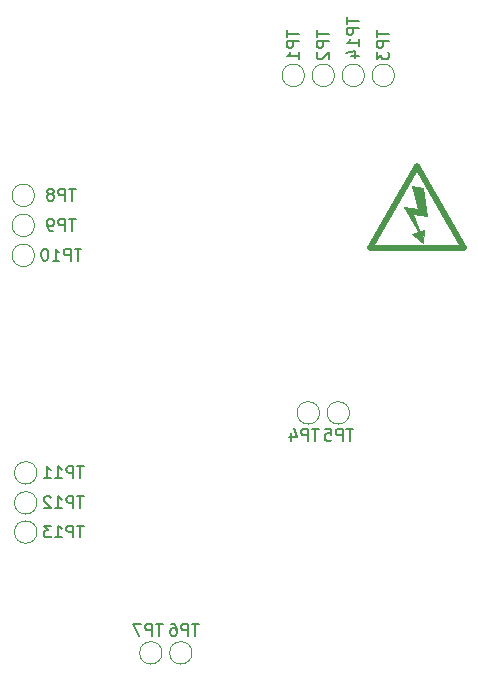
<source format=gbo>
%TF.GenerationSoftware,KiCad,Pcbnew,(5.1.7)-1*%
%TF.CreationDate,2022-07-20T13:46:15+08:00*%
%TF.ProjectId,phantom_v1,7068616e-746f-46d5-9f76-312e6b696361,rev?*%
%TF.SameCoordinates,Original*%
%TF.FileFunction,Legend,Bot*%
%TF.FilePolarity,Positive*%
%FSLAX46Y46*%
G04 Gerber Fmt 4.6, Leading zero omitted, Abs format (unit mm)*
G04 Created by KiCad (PCBNEW (5.1.7)-1) date 2022-07-20 13:46:15*
%MOMM*%
%LPD*%
G01*
G04 APERTURE LIST*
%ADD10C,0.120000*%
%ADD11C,0.100000*%
%ADD12C,0.500000*%
%ADD13C,0.150000*%
G04 APERTURE END LIST*
D10*
%TO.C,TP5*%
X51115000Y24765000D02*
G75*
G03*
X51115000Y24765000I-950000J0D01*
G01*
D11*
%TO.C,N1*%
G36*
X56410000Y39930000D02*
G01*
X57310000Y39130000D01*
X57410000Y40230000D01*
X56410000Y39930000D01*
G37*
X56410000Y39930000D02*
X57310000Y39130000D01*
X57410000Y40230000D01*
X56410000Y39930000D01*
G36*
X56910000Y42030000D02*
G01*
X55710000Y42230000D01*
X57210000Y39530000D01*
X56510000Y41630000D01*
X57710000Y41430000D01*
X57310000Y43830000D01*
X56410000Y43930000D01*
X56910000Y42030000D01*
G37*
X56910000Y42030000D02*
X55710000Y42230000D01*
X57210000Y39530000D01*
X56510000Y41630000D01*
X57710000Y41430000D01*
X57310000Y43830000D01*
X56410000Y43930000D01*
X56910000Y42030000D01*
D12*
X52810000Y38730000D02*
X56810000Y45658000D01*
X60810000Y38730000D02*
X52810000Y38730000D01*
X56810000Y45658000D02*
X60810000Y38730000D01*
D10*
%TO.C,TP4*%
X48575000Y24765000D02*
G75*
G03*
X48575000Y24765000I-950000J0D01*
G01*
%TO.C,TP7*%
X35240000Y4445000D02*
G75*
G03*
X35240000Y4445000I-950000J0D01*
G01*
%TO.C,TP6*%
X37780000Y4445000D02*
G75*
G03*
X37780000Y4445000I-950000J0D01*
G01*
%TO.C,TP13*%
X24645000Y14670000D02*
G75*
G03*
X24645000Y14670000I-950000J0D01*
G01*
%TO.C,TP12*%
X24645000Y17145000D02*
G75*
G03*
X24645000Y17145000I-950000J0D01*
G01*
%TO.C,TP11*%
X24645000Y19685000D02*
G75*
G03*
X24645000Y19685000I-950000J0D01*
G01*
%TO.C,TP10*%
X24445000Y38100000D02*
G75*
G03*
X24445000Y38100000I-950000J0D01*
G01*
%TO.C,TP8*%
X24445000Y43180000D02*
G75*
G03*
X24445000Y43180000I-950000J0D01*
G01*
%TO.C,TP9*%
X24445000Y40640000D02*
G75*
G03*
X24445000Y40640000I-950000J0D01*
G01*
%TO.C,TP14*%
X52385000Y53340000D02*
G75*
G03*
X52385000Y53340000I-950000J0D01*
G01*
%TO.C,TP3*%
X54925000Y53340000D02*
G75*
G03*
X54925000Y53340000I-950000J0D01*
G01*
%TO.C,TP2*%
X49845000Y53340000D02*
G75*
G03*
X49845000Y53340000I-950000J0D01*
G01*
%TO.C,TP1*%
X47305000Y53340000D02*
G75*
G03*
X47305000Y53340000I-950000J0D01*
G01*
%TO.C,TP5*%
D13*
X51426904Y23407619D02*
X50855476Y23407619D01*
X51141190Y22407619D02*
X51141190Y23407619D01*
X50522142Y22407619D02*
X50522142Y23407619D01*
X50141190Y23407619D01*
X50045952Y23360000D01*
X49998333Y23312380D01*
X49950714Y23217142D01*
X49950714Y23074285D01*
X49998333Y22979047D01*
X50045952Y22931428D01*
X50141190Y22883809D01*
X50522142Y22883809D01*
X49045952Y23407619D02*
X49522142Y23407619D01*
X49569761Y22931428D01*
X49522142Y22979047D01*
X49426904Y23026666D01*
X49188809Y23026666D01*
X49093571Y22979047D01*
X49045952Y22931428D01*
X48998333Y22836190D01*
X48998333Y22598095D01*
X49045952Y22502857D01*
X49093571Y22455238D01*
X49188809Y22407619D01*
X49426904Y22407619D01*
X49522142Y22455238D01*
X49569761Y22502857D01*
%TO.C,TP4*%
X48505904Y23407619D02*
X47934476Y23407619D01*
X48220190Y22407619D02*
X48220190Y23407619D01*
X47601142Y22407619D02*
X47601142Y23407619D01*
X47220190Y23407619D01*
X47124952Y23360000D01*
X47077333Y23312380D01*
X47029714Y23217142D01*
X47029714Y23074285D01*
X47077333Y22979047D01*
X47124952Y22931428D01*
X47220190Y22883809D01*
X47601142Y22883809D01*
X46172571Y23074285D02*
X46172571Y22407619D01*
X46410666Y23455238D02*
X46648761Y22740952D01*
X46029714Y22740952D01*
%TO.C,TP7*%
X35297904Y6897619D02*
X34726476Y6897619D01*
X35012190Y5897619D02*
X35012190Y6897619D01*
X34393142Y5897619D02*
X34393142Y6897619D01*
X34012190Y6897619D01*
X33916952Y6850000D01*
X33869333Y6802380D01*
X33821714Y6707142D01*
X33821714Y6564285D01*
X33869333Y6469047D01*
X33916952Y6421428D01*
X34012190Y6373809D01*
X34393142Y6373809D01*
X33488380Y6897619D02*
X32821714Y6897619D01*
X33250285Y5897619D01*
%TO.C,TP6*%
X38345904Y6897619D02*
X37774476Y6897619D01*
X38060190Y5897619D02*
X38060190Y6897619D01*
X37441142Y5897619D02*
X37441142Y6897619D01*
X37060190Y6897619D01*
X36964952Y6850000D01*
X36917333Y6802380D01*
X36869714Y6707142D01*
X36869714Y6564285D01*
X36917333Y6469047D01*
X36964952Y6421428D01*
X37060190Y6373809D01*
X37441142Y6373809D01*
X36012571Y6897619D02*
X36203047Y6897619D01*
X36298285Y6850000D01*
X36345904Y6802380D01*
X36441142Y6659523D01*
X36488761Y6469047D01*
X36488761Y6088095D01*
X36441142Y5992857D01*
X36393523Y5945238D01*
X36298285Y5897619D01*
X36107809Y5897619D01*
X36012571Y5945238D01*
X35964952Y5992857D01*
X35917333Y6088095D01*
X35917333Y6326190D01*
X35964952Y6421428D01*
X36012571Y6469047D01*
X36107809Y6516666D01*
X36298285Y6516666D01*
X36393523Y6469047D01*
X36441142Y6421428D01*
X36488761Y6326190D01*
%TO.C,TP13*%
X28608095Y15217619D02*
X28036666Y15217619D01*
X28322380Y14217619D02*
X28322380Y15217619D01*
X27703333Y14217619D02*
X27703333Y15217619D01*
X27322380Y15217619D01*
X27227142Y15170000D01*
X27179523Y15122380D01*
X27131904Y15027142D01*
X27131904Y14884285D01*
X27179523Y14789047D01*
X27227142Y14741428D01*
X27322380Y14693809D01*
X27703333Y14693809D01*
X26179523Y14217619D02*
X26750952Y14217619D01*
X26465238Y14217619D02*
X26465238Y15217619D01*
X26560476Y15074761D01*
X26655714Y14979523D01*
X26750952Y14931904D01*
X25846190Y15217619D02*
X25227142Y15217619D01*
X25560476Y14836666D01*
X25417619Y14836666D01*
X25322380Y14789047D01*
X25274761Y14741428D01*
X25227142Y14646190D01*
X25227142Y14408095D01*
X25274761Y14312857D01*
X25322380Y14265238D01*
X25417619Y14217619D01*
X25703333Y14217619D01*
X25798571Y14265238D01*
X25846190Y14312857D01*
%TO.C,TP12*%
X28608095Y17692619D02*
X28036666Y17692619D01*
X28322380Y16692619D02*
X28322380Y17692619D01*
X27703333Y16692619D02*
X27703333Y17692619D01*
X27322380Y17692619D01*
X27227142Y17645000D01*
X27179523Y17597380D01*
X27131904Y17502142D01*
X27131904Y17359285D01*
X27179523Y17264047D01*
X27227142Y17216428D01*
X27322380Y17168809D01*
X27703333Y17168809D01*
X26179523Y16692619D02*
X26750952Y16692619D01*
X26465238Y16692619D02*
X26465238Y17692619D01*
X26560476Y17549761D01*
X26655714Y17454523D01*
X26750952Y17406904D01*
X25798571Y17597380D02*
X25750952Y17645000D01*
X25655714Y17692619D01*
X25417619Y17692619D01*
X25322380Y17645000D01*
X25274761Y17597380D01*
X25227142Y17502142D01*
X25227142Y17406904D01*
X25274761Y17264047D01*
X25846190Y16692619D01*
X25227142Y16692619D01*
%TO.C,TP11*%
X28608095Y20232619D02*
X28036666Y20232619D01*
X28322380Y19232619D02*
X28322380Y20232619D01*
X27703333Y19232619D02*
X27703333Y20232619D01*
X27322380Y20232619D01*
X27227142Y20185000D01*
X27179523Y20137380D01*
X27131904Y20042142D01*
X27131904Y19899285D01*
X27179523Y19804047D01*
X27227142Y19756428D01*
X27322380Y19708809D01*
X27703333Y19708809D01*
X26179523Y19232619D02*
X26750952Y19232619D01*
X26465238Y19232619D02*
X26465238Y20232619D01*
X26560476Y20089761D01*
X26655714Y19994523D01*
X26750952Y19946904D01*
X25227142Y19232619D02*
X25798571Y19232619D01*
X25512857Y19232619D02*
X25512857Y20232619D01*
X25608095Y20089761D01*
X25703333Y19994523D01*
X25798571Y19946904D01*
%TO.C,TP10*%
X28408095Y38647619D02*
X27836666Y38647619D01*
X28122380Y37647619D02*
X28122380Y38647619D01*
X27503333Y37647619D02*
X27503333Y38647619D01*
X27122380Y38647619D01*
X27027142Y38600000D01*
X26979523Y38552380D01*
X26931904Y38457142D01*
X26931904Y38314285D01*
X26979523Y38219047D01*
X27027142Y38171428D01*
X27122380Y38123809D01*
X27503333Y38123809D01*
X25979523Y37647619D02*
X26550952Y37647619D01*
X26265238Y37647619D02*
X26265238Y38647619D01*
X26360476Y38504761D01*
X26455714Y38409523D01*
X26550952Y38361904D01*
X25360476Y38647619D02*
X25265238Y38647619D01*
X25170000Y38600000D01*
X25122380Y38552380D01*
X25074761Y38457142D01*
X25027142Y38266666D01*
X25027142Y38028571D01*
X25074761Y37838095D01*
X25122380Y37742857D01*
X25170000Y37695238D01*
X25265238Y37647619D01*
X25360476Y37647619D01*
X25455714Y37695238D01*
X25503333Y37742857D01*
X25550952Y37838095D01*
X25598571Y38028571D01*
X25598571Y38266666D01*
X25550952Y38457142D01*
X25503333Y38552380D01*
X25455714Y38600000D01*
X25360476Y38647619D01*
%TO.C,TP8*%
X27931904Y43727619D02*
X27360476Y43727619D01*
X27646190Y42727619D02*
X27646190Y43727619D01*
X27027142Y42727619D02*
X27027142Y43727619D01*
X26646190Y43727619D01*
X26550952Y43680000D01*
X26503333Y43632380D01*
X26455714Y43537142D01*
X26455714Y43394285D01*
X26503333Y43299047D01*
X26550952Y43251428D01*
X26646190Y43203809D01*
X27027142Y43203809D01*
X25884285Y43299047D02*
X25979523Y43346666D01*
X26027142Y43394285D01*
X26074761Y43489523D01*
X26074761Y43537142D01*
X26027142Y43632380D01*
X25979523Y43680000D01*
X25884285Y43727619D01*
X25693809Y43727619D01*
X25598571Y43680000D01*
X25550952Y43632380D01*
X25503333Y43537142D01*
X25503333Y43489523D01*
X25550952Y43394285D01*
X25598571Y43346666D01*
X25693809Y43299047D01*
X25884285Y43299047D01*
X25979523Y43251428D01*
X26027142Y43203809D01*
X26074761Y43108571D01*
X26074761Y42918095D01*
X26027142Y42822857D01*
X25979523Y42775238D01*
X25884285Y42727619D01*
X25693809Y42727619D01*
X25598571Y42775238D01*
X25550952Y42822857D01*
X25503333Y42918095D01*
X25503333Y43108571D01*
X25550952Y43203809D01*
X25598571Y43251428D01*
X25693809Y43299047D01*
%TO.C,TP9*%
X27931904Y41187619D02*
X27360476Y41187619D01*
X27646190Y40187619D02*
X27646190Y41187619D01*
X27027142Y40187619D02*
X27027142Y41187619D01*
X26646190Y41187619D01*
X26550952Y41140000D01*
X26503333Y41092380D01*
X26455714Y40997142D01*
X26455714Y40854285D01*
X26503333Y40759047D01*
X26550952Y40711428D01*
X26646190Y40663809D01*
X27027142Y40663809D01*
X25979523Y40187619D02*
X25789047Y40187619D01*
X25693809Y40235238D01*
X25646190Y40282857D01*
X25550952Y40425714D01*
X25503333Y40616190D01*
X25503333Y40997142D01*
X25550952Y41092380D01*
X25598571Y41140000D01*
X25693809Y41187619D01*
X25884285Y41187619D01*
X25979523Y41140000D01*
X26027142Y41092380D01*
X26074761Y40997142D01*
X26074761Y40759047D01*
X26027142Y40663809D01*
X25979523Y40616190D01*
X25884285Y40568571D01*
X25693809Y40568571D01*
X25598571Y40616190D01*
X25550952Y40663809D01*
X25503333Y40759047D01*
%TO.C,TP14*%
X50887380Y58253095D02*
X50887380Y57681666D01*
X51887380Y57967380D02*
X50887380Y57967380D01*
X51887380Y57348333D02*
X50887380Y57348333D01*
X50887380Y56967380D01*
X50935000Y56872142D01*
X50982619Y56824523D01*
X51077857Y56776904D01*
X51220714Y56776904D01*
X51315952Y56824523D01*
X51363571Y56872142D01*
X51411190Y56967380D01*
X51411190Y57348333D01*
X51887380Y55824523D02*
X51887380Y56395952D01*
X51887380Y56110238D02*
X50887380Y56110238D01*
X51030238Y56205476D01*
X51125476Y56300714D01*
X51173095Y56395952D01*
X51220714Y54967380D02*
X51887380Y54967380D01*
X50839761Y55205476D02*
X51554047Y55443571D01*
X51554047Y54824523D01*
%TO.C,TP3*%
X53427380Y57141904D02*
X53427380Y56570476D01*
X54427380Y56856190D02*
X53427380Y56856190D01*
X54427380Y56237142D02*
X53427380Y56237142D01*
X53427380Y55856190D01*
X53475000Y55760952D01*
X53522619Y55713333D01*
X53617857Y55665714D01*
X53760714Y55665714D01*
X53855952Y55713333D01*
X53903571Y55760952D01*
X53951190Y55856190D01*
X53951190Y56237142D01*
X53427380Y55332380D02*
X53427380Y54713333D01*
X53808333Y55046666D01*
X53808333Y54903809D01*
X53855952Y54808571D01*
X53903571Y54760952D01*
X53998809Y54713333D01*
X54236904Y54713333D01*
X54332142Y54760952D01*
X54379761Y54808571D01*
X54427380Y54903809D01*
X54427380Y55189523D01*
X54379761Y55284761D01*
X54332142Y55332380D01*
%TO.C,TP2*%
X48347380Y57141904D02*
X48347380Y56570476D01*
X49347380Y56856190D02*
X48347380Y56856190D01*
X49347380Y56237142D02*
X48347380Y56237142D01*
X48347380Y55856190D01*
X48395000Y55760952D01*
X48442619Y55713333D01*
X48537857Y55665714D01*
X48680714Y55665714D01*
X48775952Y55713333D01*
X48823571Y55760952D01*
X48871190Y55856190D01*
X48871190Y56237142D01*
X48442619Y55284761D02*
X48395000Y55237142D01*
X48347380Y55141904D01*
X48347380Y54903809D01*
X48395000Y54808571D01*
X48442619Y54760952D01*
X48537857Y54713333D01*
X48633095Y54713333D01*
X48775952Y54760952D01*
X49347380Y55332380D01*
X49347380Y54713333D01*
%TO.C,TP1*%
X45807380Y57141904D02*
X45807380Y56570476D01*
X46807380Y56856190D02*
X45807380Y56856190D01*
X46807380Y56237142D02*
X45807380Y56237142D01*
X45807380Y55856190D01*
X45855000Y55760952D01*
X45902619Y55713333D01*
X45997857Y55665714D01*
X46140714Y55665714D01*
X46235952Y55713333D01*
X46283571Y55760952D01*
X46331190Y55856190D01*
X46331190Y56237142D01*
X46807380Y54713333D02*
X46807380Y55284761D01*
X46807380Y54999047D02*
X45807380Y54999047D01*
X45950238Y55094285D01*
X46045476Y55189523D01*
X46093095Y55284761D01*
%TD*%
M02*

</source>
